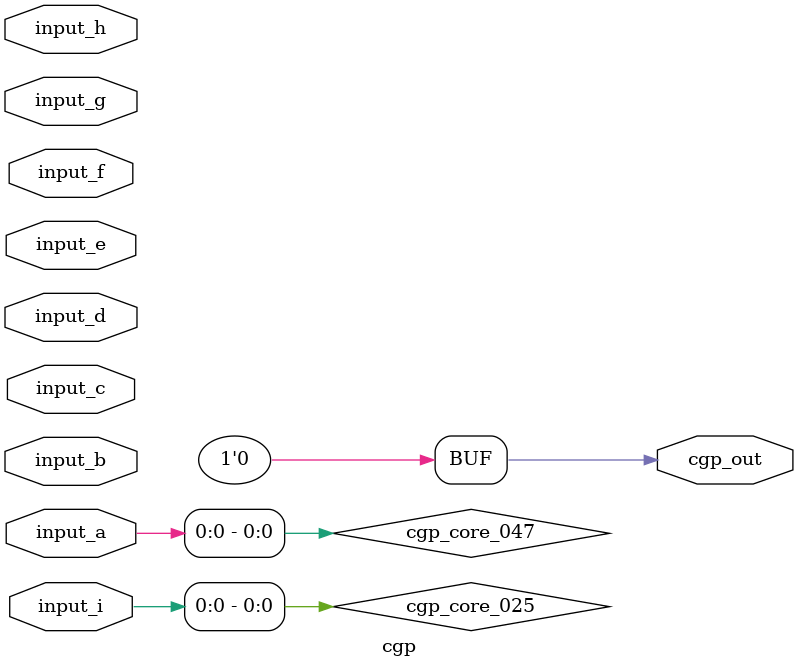
<source format=v>
module cgp(input [1:0] input_a, input [1:0] input_b, input [1:0] input_c, input [1:0] input_d, input [1:0] input_e, input [1:0] input_f, input [1:0] input_g, input [1:0] input_h, input [1:0] input_i, output [0:0] cgp_out);
  wire cgp_core_020;
  wire cgp_core_023;
  wire cgp_core_025;
  wire cgp_core_026;
  wire cgp_core_027;
  wire cgp_core_028;
  wire cgp_core_030;
  wire cgp_core_032;
  wire cgp_core_033;
  wire cgp_core_034;
  wire cgp_core_035;
  wire cgp_core_037;
  wire cgp_core_038;
  wire cgp_core_041;
  wire cgp_core_042;
  wire cgp_core_043;
  wire cgp_core_045;
  wire cgp_core_046;
  wire cgp_core_047;
  wire cgp_core_048;
  wire cgp_core_050_not;
  wire cgp_core_051;
  wire cgp_core_052;
  wire cgp_core_053;
  wire cgp_core_054;
  wire cgp_core_056;
  wire cgp_core_057;
  wire cgp_core_058;
  wire cgp_core_059;
  wire cgp_core_061;
  wire cgp_core_062;
  wire cgp_core_063;
  wire cgp_core_064;
  wire cgp_core_065;
  wire cgp_core_066;
  wire cgp_core_070;
  wire cgp_core_071;
  wire cgp_core_075;
  wire cgp_core_076;
  wire cgp_core_077;
  wire cgp_core_079;
  wire cgp_core_080;
  wire cgp_core_083;
  wire cgp_core_086;
  wire cgp_core_088;
  wire cgp_core_091;
  wire cgp_core_092;
  wire cgp_core_093;
  wire cgp_core_094;
  wire cgp_core_096;
  wire cgp_core_097;
  wire cgp_core_100;
  wire cgp_core_101;
  wire cgp_core_104;
  wire cgp_core_105;

  assign cgp_core_020 = input_h[0] ^ input_i[0];
  assign cgp_core_023 = input_f[0] & input_i[1];
  assign cgp_core_025 = input_i[0] & input_i[0];
  assign cgp_core_026 = cgp_core_023 | input_b[1];
  assign cgp_core_027 = input_d[0] ^ cgp_core_020;
  assign cgp_core_028 = input_d[0] & input_f[0];
  assign cgp_core_030 = input_f[0] & input_f[1];
  assign cgp_core_032 = input_f[1] | cgp_core_028;
  assign cgp_core_033 = ~(input_c[1] ^ input_d[1]);
  assign cgp_core_034 = ~(input_h[1] & input_h[1]);
  assign cgp_core_035 = cgp_core_026 & cgp_core_033;
  assign cgp_core_037 = ~(input_h[0] ^ input_c[0]);
  assign cgp_core_038 = ~(input_b[1] & input_c[1]);
  assign cgp_core_041 = cgp_core_038 & input_a[1];
  assign cgp_core_042 = ~(input_f[1] & input_e[0]);
  assign cgp_core_043 = ~input_a[0];
  assign cgp_core_045 = input_a[1] ^ input_e[0];
  assign cgp_core_046 = ~input_i[0];
  assign cgp_core_047 = input_a[0] & input_a[0];
  assign cgp_core_048 = input_g[1] ^ input_f[0];
  assign cgp_core_050_not = ~cgp_core_042;
  assign cgp_core_051 = input_f[1] | input_d[1];
  assign cgp_core_052 = ~input_f[0];
  assign cgp_core_053 = input_g[0] & input_h[0];
  assign cgp_core_054 = input_f[1] ^ input_i[0];
  assign cgp_core_056 = input_c[0] & input_i[1];
  assign cgp_core_057 = cgp_core_054 & input_c[0];
  assign cgp_core_058 = ~(input_d[1] & input_e[0]);
  assign cgp_core_059 = ~input_e[0];
  assign cgp_core_061 = input_e[1] ^ input_e[1];
  assign cgp_core_062 = ~(input_h[1] & input_i[0]);
  assign cgp_core_063 = input_c[0] ^ input_f[0];
  assign cgp_core_064 = input_e[1] & input_c[1];
  assign cgp_core_065 = cgp_core_062 & input_f[0];
  assign cgp_core_066 = cgp_core_058 ^ cgp_core_065;
  assign cgp_core_070 = cgp_core_047 | input_c[0];
  assign cgp_core_071 = cgp_core_047 & cgp_core_063;
  assign cgp_core_075 = ~(cgp_core_050_not & cgp_core_066);
  assign cgp_core_076 = cgp_core_050_not & input_f[0];
  assign cgp_core_077 = input_h[0] ^ input_e[1];
  assign cgp_core_079 = cgp_core_076 ^ input_d[1];
  assign cgp_core_080 = cgp_core_051 & input_c[0];
  assign cgp_core_083 = ~(cgp_core_080 & input_d[0]);
  assign cgp_core_086 = ~input_h[0];
  assign cgp_core_088 = ~(input_f[0] & input_g[0]);
  assign cgp_core_091 = input_c[0] & input_g[0];
  assign cgp_core_092 = ~input_i[0];
  assign cgp_core_093 = ~(input_h[0] ^ cgp_core_092);
  assign cgp_core_094 = cgp_core_093 | cgp_core_091;
  assign cgp_core_096 = input_h[0] & input_h[1];
  assign cgp_core_097 = ~input_h[0];
  assign cgp_core_100 = ~(input_f[1] ^ input_h[1]);
  assign cgp_core_101 = input_e[1] & input_b[1];
  assign cgp_core_104 = input_a[1] & cgp_core_101;
  assign cgp_core_105 = input_c[0] & input_g[0];

  assign cgp_out[0] = 1'b0;
endmodule
</source>
